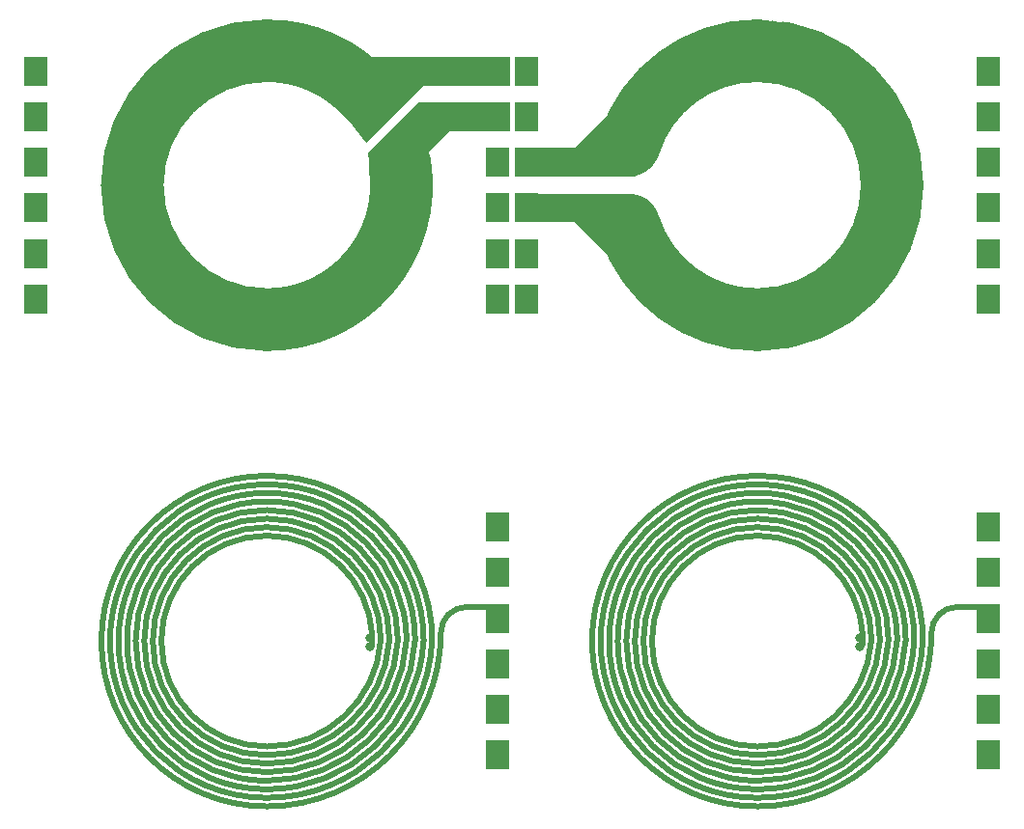
<source format=gbl>
G04*
G04 #@! TF.GenerationSoftware,Altium Limited,Altium Designer,19.0.12 (326)*
G04*
G04 Layer_Physical_Order=2*
G04 Layer_Color=16711680*
%FSLAX24Y24*%
%MOIN*%
G70*
G01*
G75*
%ADD11C,0.0197*%
%ADD12C,0.2165*%
%ADD13R,0.0787X0.0984*%
%ADD14C,0.0315*%
G36*
X26890Y45571D02*
X23917Y45571D01*
X21929Y43583D01*
X21213Y44488D01*
X21929Y46191D01*
X21979Y46555D01*
X26890Y46555D01*
X26890Y45571D01*
D02*
G37*
G36*
X26890Y44980D02*
X26890Y43996D01*
X24813D01*
X23258Y42441D01*
X22093Y42441D01*
X21984Y43234D01*
X23730Y44980D01*
X26890Y44980D01*
D02*
G37*
G36*
X31201Y41831D02*
X27047Y41831D01*
X27047Y40846D01*
X29124D01*
X30679Y39291D01*
X31844Y39291D01*
X32074Y40958D01*
X31201Y41831D01*
D02*
G37*
G36*
Y42421D02*
X27047Y42421D01*
X27047Y43406D01*
X29124D01*
X30679Y44961D01*
X31844Y44961D01*
X32074Y43294D01*
X31201Y42421D01*
D02*
G37*
D11*
X35433Y22736D02*
G03*
X39359Y26379I0J3937D01*
G01*
X39370Y26378D02*
G03*
X35433Y30315I-3937J0D01*
G01*
Y22441D02*
G03*
X39655Y26379I0J4232D01*
G01*
X35433Y22146D02*
G03*
X39951Y26379I0J4528D01*
G01*
X41142Y26378D02*
G03*
X35433Y32087I-5709J0D01*
G01*
D02*
G03*
X29724Y26378I0J-5709D01*
G01*
X31496D02*
G03*
X35433Y22441I3937J0D01*
G01*
X30906Y26378D02*
G03*
X35433Y21850I4528J0D01*
G01*
Y31496D02*
G03*
X30315Y26378I0J-5118D01*
G01*
X35433Y20965D02*
G03*
X41134Y26383I0J5709D01*
G01*
X35433Y30315D02*
G03*
X31496Y26378I0J-3937D01*
G01*
X30020D02*
G03*
X35433Y20965I5413J0D01*
G01*
X29724Y26378D02*
G03*
X35433Y20669I5709J0D01*
G01*
X39665Y26378D02*
G03*
X35433Y30610I-4232J0D01*
G01*
Y30905D02*
G03*
X30906Y26378I0J-4528D01*
G01*
X40256D02*
G03*
X35433Y31201I-4823J0D01*
G01*
X40551Y26378D02*
G03*
X35433Y31496I-5118J0D01*
G01*
Y31791D02*
G03*
X30020Y26378I0J-5413D01*
G01*
X39047Y26222D02*
G03*
X39073Y26575I-3614J452D01*
G01*
X31201Y26378D02*
G03*
X35433Y22146I4232J0D01*
G01*
X39961Y26378D02*
G03*
X35433Y30905I-4528J0D01*
G01*
X40846Y26378D02*
G03*
X35433Y31791I-5413J0D01*
G01*
Y30020D02*
G03*
X31791Y26378I0J-3642D01*
G01*
D02*
G03*
X35433Y22736I3642J0D01*
G01*
Y31201D02*
G03*
X30610Y26378I0J-4823D01*
G01*
X35433Y21555D02*
G03*
X40543Y26378I0J5118D01*
G01*
X35433Y21850D02*
G03*
X40247Y26379I0J4823D01*
G01*
X30315Y26378D02*
G03*
X35433Y21260I5118J0D01*
G01*
X39069Y26575D02*
G03*
X35433Y30020I-3636J-197D01*
G01*
Y30610D02*
G03*
X31201Y26378I0J-4232D01*
G01*
X30610D02*
G03*
X35433Y21555I4823J0D01*
G01*
Y21260D02*
G03*
X40838Y26378I0J5413D01*
G01*
X35433Y20669D02*
G03*
X41437Y26673I0J6004D01*
G01*
X42323Y27559D02*
G03*
X41437Y26673I0J-886D01*
G01*
X18504Y22736D02*
G03*
X22430Y26379I0J3937D01*
G01*
X22441Y26378D02*
G03*
X18504Y30315I-3937J0D01*
G01*
Y22441D02*
G03*
X22726Y26379I0J4232D01*
G01*
X18504Y22146D02*
G03*
X23022Y26379I0J4528D01*
G01*
X24213Y26378D02*
G03*
X18504Y32087I-5709J0D01*
G01*
D02*
G03*
X12795Y26378I0J-5709D01*
G01*
X14567D02*
G03*
X18504Y22441I3937J0D01*
G01*
X13976Y26378D02*
G03*
X18504Y21850I4528J0D01*
G01*
Y31496D02*
G03*
X13386Y26378I0J-5118D01*
G01*
X18504Y20965D02*
G03*
X24205Y26383I0J5709D01*
G01*
X18504Y30315D02*
G03*
X14567Y26378I0J-3937D01*
G01*
X13091D02*
G03*
X18504Y20965I5413J0D01*
G01*
X12795Y26378D02*
G03*
X18504Y20669I5709J0D01*
G01*
X22736Y26378D02*
G03*
X18504Y30610I-4232J0D01*
G01*
Y30905D02*
G03*
X13976Y26378I0J-4528D01*
G01*
X23327D02*
G03*
X18504Y31201I-4823J0D01*
G01*
X23622Y26378D02*
G03*
X18504Y31496I-5118J0D01*
G01*
Y31791D02*
G03*
X13091Y26378I0J-5413D01*
G01*
X22118Y26222D02*
G03*
X22144Y26575I-3614J452D01*
G01*
X14272Y26378D02*
G03*
X18504Y22146I4232J0D01*
G01*
X23031Y26378D02*
G03*
X18504Y30905I-4528J0D01*
G01*
X23917Y26378D02*
G03*
X18504Y31791I-5413J0D01*
G01*
Y30020D02*
G03*
X14862Y26378I0J-3642D01*
G01*
D02*
G03*
X18504Y22736I3642J0D01*
G01*
Y31201D02*
G03*
X13681Y26378I0J-4823D01*
G01*
X18504Y21555D02*
G03*
X23614Y26378I0J5118D01*
G01*
X18504Y21850D02*
G03*
X23318Y26379I0J4823D01*
G01*
X13386Y26378D02*
G03*
X18504Y21260I5118J0D01*
G01*
X22140Y26575D02*
G03*
X18504Y30020I-3636J-197D01*
G01*
Y30610D02*
G03*
X14272Y26378I0J-4232D01*
G01*
X13681D02*
G03*
X18504Y21555I4823J0D01*
G01*
Y21260D02*
G03*
X23909Y26378I0J5413D01*
G01*
X18504Y20669D02*
G03*
X24508Y26673I0J6004D01*
G01*
X25394Y27559D02*
G03*
X24508Y26673I0J-886D01*
G01*
X42323Y27559D02*
X43406D01*
X25394D02*
X26476D01*
D12*
X40079Y42126D02*
G03*
X35433Y46772I-4646J0D01*
G01*
D02*
G03*
X30997Y43506I0J-4646D01*
G01*
X30997Y40748D02*
G03*
X35433Y37480I4437J1378D01*
G01*
D02*
G03*
X40079Y42126I0J4646D01*
G01*
X18504Y46772D02*
G03*
X13858Y42126I0J-4646D01*
G01*
X21983Y45205D02*
G03*
X18504Y46772I-3479J-3079D01*
G01*
Y37480D02*
G03*
X23097Y42825I0J4646D01*
G01*
X13858Y42126D02*
G03*
X18504Y37480I4646J0D01*
G01*
D13*
X43406Y27165D02*
D03*
Y30315D02*
D03*
Y28740D02*
D03*
Y25591D02*
D03*
Y24016D02*
D03*
Y22441D02*
D03*
X26476Y27165D02*
D03*
Y30315D02*
D03*
Y28740D02*
D03*
Y25591D02*
D03*
Y24016D02*
D03*
Y22441D02*
D03*
X27460Y42913D02*
D03*
Y46063D02*
D03*
Y44488D02*
D03*
Y41339D02*
D03*
Y39764D02*
D03*
Y38189D02*
D03*
X43406D02*
D03*
Y39764D02*
D03*
Y41339D02*
D03*
Y44488D02*
D03*
Y46063D02*
D03*
Y42913D02*
D03*
X10531D02*
D03*
Y46063D02*
D03*
Y44488D02*
D03*
Y41339D02*
D03*
Y39764D02*
D03*
Y38189D02*
D03*
X26476D02*
D03*
Y39764D02*
D03*
Y41339D02*
D03*
Y44488D02*
D03*
Y46063D02*
D03*
Y42913D02*
D03*
D14*
X38976Y26181D02*
D03*
Y26476D02*
D03*
X22047Y26181D02*
D03*
Y26476D02*
D03*
M02*

</source>
